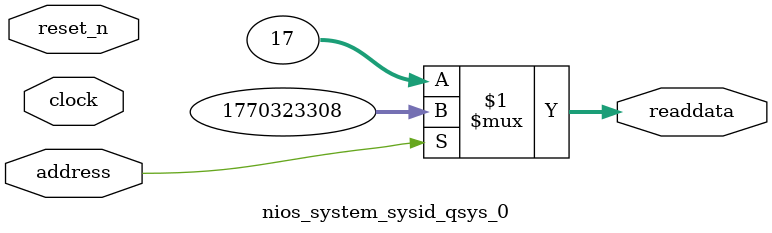
<source format=v>



// synthesis translate_off
`timescale 1ns / 1ps
// synthesis translate_on

// turn off superfluous verilog processor warnings 
// altera message_level Level1 
// altera message_off 10034 10035 10036 10037 10230 10240 10030 

module nios_system_sysid_qsys_0 (
               // inputs:
                address,
                clock,
                reset_n,

               // outputs:
                readdata
             )
;

  output  [ 31: 0] readdata;
  input            address;
  input            clock;
  input            reset_n;

  wire    [ 31: 0] readdata;
  //control_slave, which is an e_avalon_slave
  assign readdata = address ? 1770323308 : 17;

endmodule



</source>
